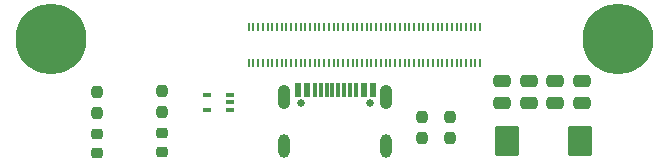
<source format=gts>
G04 #@! TF.GenerationSoftware,KiCad,Pcbnew,(5.99.0-12267-gfe608bfcef)*
G04 #@! TF.CreationDate,2021-11-07T23:22:06+01:00*
G04 #@! TF.ProjectId,MinCab,4d696e43-6162-42e6-9b69-6361645f7063,rev?*
G04 #@! TF.SameCoordinates,Original*
G04 #@! TF.FileFunction,Soldermask,Top*
G04 #@! TF.FilePolarity,Negative*
%FSLAX46Y46*%
G04 Gerber Fmt 4.6, Leading zero omitted, Abs format (unit mm)*
G04 Created by KiCad (PCBNEW (5.99.0-12267-gfe608bfcef)) date 2021-11-07 23:22:06*
%MOMM*%
%LPD*%
G01*
G04 APERTURE LIST*
G04 Aperture macros list*
%AMRoundRect*
0 Rectangle with rounded corners*
0 $1 Rounding radius*
0 $2 $3 $4 $5 $6 $7 $8 $9 X,Y pos of 4 corners*
0 Add a 4 corners polygon primitive as box body*
4,1,4,$2,$3,$4,$5,$6,$7,$8,$9,$2,$3,0*
0 Add four circle primitives for the rounded corners*
1,1,$1+$1,$2,$3*
1,1,$1+$1,$4,$5*
1,1,$1+$1,$6,$7*
1,1,$1+$1,$8,$9*
0 Add four rect primitives between the rounded corners*
20,1,$1+$1,$2,$3,$4,$5,0*
20,1,$1+$1,$4,$5,$6,$7,0*
20,1,$1+$1,$6,$7,$8,$9,0*
20,1,$1+$1,$8,$9,$2,$3,0*%
G04 Aperture macros list end*
%ADD10RoundRect,0.250000X0.475000X-0.250000X0.475000X0.250000X-0.475000X0.250000X-0.475000X-0.250000X0*%
%ADD11R,0.200000X0.700000*%
%ADD12C,6.000000*%
%ADD13RoundRect,0.237500X-0.237500X0.250000X-0.237500X-0.250000X0.237500X-0.250000X0.237500X0.250000X0*%
%ADD14RoundRect,0.237500X0.237500X-0.250000X0.237500X0.250000X-0.237500X0.250000X-0.237500X-0.250000X0*%
%ADD15R,0.650000X0.400000*%
%ADD16RoundRect,0.218750X-0.256250X0.218750X-0.256250X-0.218750X0.256250X-0.218750X0.256250X0.218750X0*%
%ADD17C,0.650000*%
%ADD18R,0.600000X1.150000*%
%ADD19R,0.300000X1.150000*%
%ADD20O,1.050000X2.100000*%
%ADD21O,1.000000X2.000000*%
%ADD22RoundRect,0.250000X-0.787500X-1.025000X0.787500X-1.025000X0.787500X1.025000X-0.787500X1.025000X0*%
G04 APERTURE END LIST*
D10*
X158900000Y-88350000D03*
X158900000Y-86450000D03*
X161150000Y-88350000D03*
X161150000Y-86450000D03*
D11*
X137450000Y-84950000D03*
X137450000Y-81870000D03*
X137850000Y-84950000D03*
X137850000Y-81870000D03*
X138250000Y-84950000D03*
X138250000Y-81870000D03*
X138650000Y-84950000D03*
X138650000Y-81870000D03*
X139050000Y-84950000D03*
X139050000Y-81870000D03*
X139450000Y-84950000D03*
X139450000Y-81870000D03*
X139850000Y-84950000D03*
X139850000Y-81870000D03*
X140250000Y-84950000D03*
X140250000Y-81870000D03*
X140650000Y-84950000D03*
X140650000Y-81870000D03*
X141050000Y-84950000D03*
X141050000Y-81870000D03*
X141450000Y-84950000D03*
X141450000Y-81870000D03*
X141850000Y-84950000D03*
X141850000Y-81870000D03*
X142250000Y-84950000D03*
X142250000Y-81870000D03*
X142650000Y-84950000D03*
X142650000Y-81870000D03*
X143050000Y-84950000D03*
X143050000Y-81870000D03*
X143450000Y-84950000D03*
X143450000Y-81870000D03*
X143850000Y-84950000D03*
X143850000Y-81870000D03*
X144250000Y-84950000D03*
X144250000Y-81870000D03*
X144650000Y-84950000D03*
X144650000Y-81870000D03*
X145050000Y-84950000D03*
X145050000Y-81870000D03*
X145450000Y-84950000D03*
X145450000Y-81870000D03*
X145850000Y-84950000D03*
X145850000Y-81870000D03*
X146250000Y-84950000D03*
X146250000Y-81870000D03*
X146650000Y-84950000D03*
X146650000Y-81870000D03*
X147050000Y-84950000D03*
X147050000Y-81870000D03*
X147450000Y-84950000D03*
X147450000Y-81870000D03*
X147850000Y-84950000D03*
X147850000Y-81870000D03*
X148250000Y-84950000D03*
X148250000Y-81870000D03*
X148650000Y-84950000D03*
X148650000Y-81870000D03*
X149050000Y-84950000D03*
X149050000Y-81870000D03*
X149450000Y-84950000D03*
X149450000Y-81870000D03*
X149850000Y-84950000D03*
X149850000Y-81870000D03*
X150250000Y-84950000D03*
X150250000Y-81870000D03*
X150650000Y-84950000D03*
X150650000Y-81870000D03*
X151050000Y-84950000D03*
X151050000Y-81870000D03*
X151450000Y-84950000D03*
X151450000Y-81870000D03*
X151850000Y-84950000D03*
X151850000Y-81870000D03*
X152250000Y-84950000D03*
X152250000Y-81870000D03*
X152650000Y-84950000D03*
X152650000Y-81870000D03*
X153050000Y-84950000D03*
X153050000Y-81870000D03*
X153450000Y-84950000D03*
X153450000Y-81870000D03*
X153850000Y-84950000D03*
X153850000Y-81870000D03*
X154250000Y-84950000D03*
X154250000Y-81870000D03*
X154650000Y-84950000D03*
X154650000Y-81870000D03*
X155050000Y-84950000D03*
X155050000Y-81870000D03*
X155450000Y-84950000D03*
X155450000Y-81870000D03*
X155850000Y-84950000D03*
X155850000Y-81870000D03*
X156250000Y-84950000D03*
X156250000Y-81870000D03*
X156650000Y-84950000D03*
X156650000Y-81870000D03*
X157050000Y-84950000D03*
X157050000Y-81870000D03*
D12*
X120750000Y-82950000D03*
X168750000Y-82950000D03*
D13*
X154500000Y-89487500D03*
X154500000Y-91312500D03*
D14*
X124600000Y-89200000D03*
X124600000Y-87375000D03*
D15*
X135850000Y-88950000D03*
X135850000Y-88300000D03*
X135850000Y-87650000D03*
X133950000Y-87650000D03*
X133950000Y-88950000D03*
D14*
X130100000Y-89112500D03*
X130100000Y-87287500D03*
D16*
X124600000Y-91000000D03*
X124600000Y-92575000D03*
D10*
X165650000Y-88350000D03*
X165650000Y-86450000D03*
X163400000Y-88350000D03*
X163400000Y-86450000D03*
D14*
X152150000Y-91312500D03*
X152150000Y-89487500D03*
D17*
X147690000Y-88320000D03*
X141910000Y-88320000D03*
D18*
X141600000Y-87245000D03*
X142400000Y-87245000D03*
D19*
X143550000Y-87245000D03*
X144550000Y-87245000D03*
X145050000Y-87245000D03*
X146050000Y-87245000D03*
D18*
X148000000Y-87245000D03*
X147200000Y-87245000D03*
D19*
X146550000Y-87245000D03*
X145550000Y-87245000D03*
X144050000Y-87245000D03*
X143050000Y-87245000D03*
D20*
X140480000Y-87820000D03*
D21*
X140480000Y-92000000D03*
X149120000Y-92000000D03*
D20*
X149120000Y-87820000D03*
D22*
X159287500Y-91600000D03*
X165512500Y-91600000D03*
D16*
X130100000Y-90912500D03*
X130100000Y-92487500D03*
M02*

</source>
